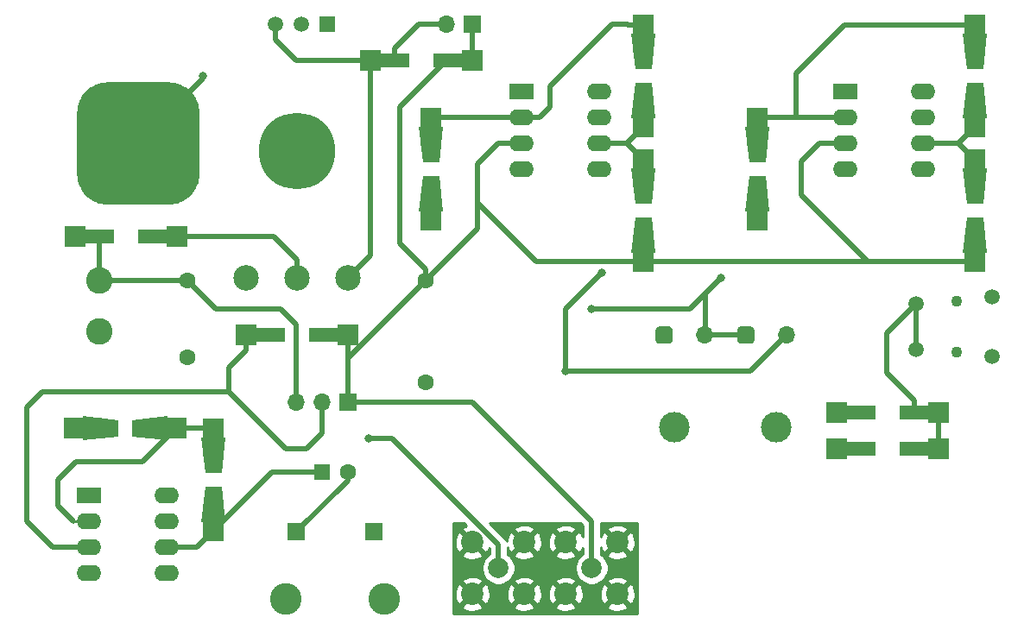
<source format=gtl>
G04 #@! TF.GenerationSoftware,KiCad,Pcbnew,5.1.4*
G04 #@! TF.CreationDate,2019-12-30T21:19:54-05:00*
G04 #@! TF.ProjectId,chua,63687561-2e6b-4696-9361-645f70636258,rev?*
G04 #@! TF.SameCoordinates,Original*
G04 #@! TF.FileFunction,Copper,L1,Top*
G04 #@! TF.FilePolarity,Positive*
%FSLAX46Y46*%
G04 Gerber Fmt 4.6, Leading zero omitted, Abs format (unit mm)*
G04 Created by KiCad (PCBNEW 5.1.4) date 2019-12-30 21:19:54*
%MOMM*%
%LPD*%
G04 APERTURE LIST*
%ADD10C,1.600000*%
%ADD11C,1.500000*%
%ADD12C,1.100000*%
%ADD13C,0.100000*%
%ADD14C,12.000000*%
%ADD15C,3.000000*%
%ADD16O,1.700000X1.700000*%
%ADD17C,1.700000*%
%ADD18R,1.700000X1.700000*%
%ADD19C,7.500000*%
%ADD20C,2.500000*%
%ADD21C,2.600000*%
%ADD22C,1.986130*%
%ADD23R,1.998980X1.998980*%
%ADD24O,2.400000X1.600000*%
%ADD25R,2.400000X1.600000*%
%ADD26R,1.600000X1.600000*%
%ADD27C,2.200000*%
%ADD28C,2.000000*%
%ADD29R,2.999740X1.399540*%
%ADD30R,1.520000X1.520000*%
%ADD31C,1.520000*%
%ADD32C,3.100000*%
%ADD33C,0.800000*%
%ADD34C,0.500000*%
%ADD35C,0.250000*%
%ADD36C,0.254000*%
G04 APERTURE END LIST*
D10*
X166624000Y-57658000D03*
X166624000Y-67658000D03*
D11*
X214672000Y-59926000D03*
X222172000Y-65076000D03*
X222172000Y-59276000D03*
X214672000Y-64426000D03*
D12*
X218672000Y-64676000D03*
X218672000Y-59676000D03*
D13*
G36*
X141724051Y-38210446D02*
G01*
X142015271Y-38253644D01*
X142300854Y-38325179D01*
X142578050Y-38424361D01*
X142844190Y-38550236D01*
X143096711Y-38701591D01*
X143333180Y-38876969D01*
X143551320Y-39074680D01*
X143749031Y-39292820D01*
X143924409Y-39529289D01*
X144075764Y-39781810D01*
X144201639Y-40047950D01*
X144300821Y-40325146D01*
X144372356Y-40610729D01*
X144415554Y-40901949D01*
X144430000Y-41196000D01*
X144430000Y-47196000D01*
X144415554Y-47490051D01*
X144372356Y-47781271D01*
X144300821Y-48066854D01*
X144201639Y-48344050D01*
X144075764Y-48610190D01*
X143924409Y-48862711D01*
X143749031Y-49099180D01*
X143551320Y-49317320D01*
X143333180Y-49515031D01*
X143096711Y-49690409D01*
X142844190Y-49841764D01*
X142578050Y-49967639D01*
X142300854Y-50066821D01*
X142015271Y-50138356D01*
X141724051Y-50181554D01*
X141430000Y-50196000D01*
X135430000Y-50196000D01*
X135135949Y-50181554D01*
X134844729Y-50138356D01*
X134559146Y-50066821D01*
X134281950Y-49967639D01*
X134015810Y-49841764D01*
X133763289Y-49690409D01*
X133526820Y-49515031D01*
X133308680Y-49317320D01*
X133110969Y-49099180D01*
X132935591Y-48862711D01*
X132784236Y-48610190D01*
X132658361Y-48344050D01*
X132559179Y-48066854D01*
X132487644Y-47781271D01*
X132444446Y-47490051D01*
X132430000Y-47196000D01*
X132430000Y-41196000D01*
X132444446Y-40901949D01*
X132487644Y-40610729D01*
X132559179Y-40325146D01*
X132658361Y-40047950D01*
X132784236Y-39781810D01*
X132935591Y-39529289D01*
X133110969Y-39292820D01*
X133308680Y-39074680D01*
X133526820Y-38876969D01*
X133763289Y-38701591D01*
X134015810Y-38550236D01*
X134281950Y-38424361D01*
X134559146Y-38325179D01*
X134844729Y-38253644D01*
X135135949Y-38210446D01*
X135430000Y-38196000D01*
X141430000Y-38196000D01*
X141724051Y-38210446D01*
X141724051Y-38210446D01*
G37*
D14*
X138430000Y-44196000D03*
D15*
X200992000Y-71992000D03*
X190992000Y-71992000D03*
D16*
X201992000Y-62992000D03*
D13*
G36*
X198458657Y-62144046D02*
G01*
X198499913Y-62150166D01*
X198540371Y-62160300D01*
X198579640Y-62174351D01*
X198617344Y-62192183D01*
X198653117Y-62213625D01*
X198686617Y-62238471D01*
X198717520Y-62266480D01*
X198745529Y-62297383D01*
X198770375Y-62330883D01*
X198791817Y-62366656D01*
X198809649Y-62404360D01*
X198823700Y-62443629D01*
X198833834Y-62484087D01*
X198839954Y-62525343D01*
X198842000Y-62567000D01*
X198842000Y-63417000D01*
X198839954Y-63458657D01*
X198833834Y-63499913D01*
X198823700Y-63540371D01*
X198809649Y-63579640D01*
X198791817Y-63617344D01*
X198770375Y-63653117D01*
X198745529Y-63686617D01*
X198717520Y-63717520D01*
X198686617Y-63745529D01*
X198653117Y-63770375D01*
X198617344Y-63791817D01*
X198579640Y-63809649D01*
X198540371Y-63823700D01*
X198499913Y-63833834D01*
X198458657Y-63839954D01*
X198417000Y-63842000D01*
X197567000Y-63842000D01*
X197525343Y-63839954D01*
X197484087Y-63833834D01*
X197443629Y-63823700D01*
X197404360Y-63809649D01*
X197366656Y-63791817D01*
X197330883Y-63770375D01*
X197297383Y-63745529D01*
X197266480Y-63717520D01*
X197238471Y-63686617D01*
X197213625Y-63653117D01*
X197192183Y-63617344D01*
X197174351Y-63579640D01*
X197160300Y-63540371D01*
X197150166Y-63499913D01*
X197144046Y-63458657D01*
X197142000Y-63417000D01*
X197142000Y-62567000D01*
X197144046Y-62525343D01*
X197150166Y-62484087D01*
X197160300Y-62443629D01*
X197174351Y-62404360D01*
X197192183Y-62366656D01*
X197213625Y-62330883D01*
X197238471Y-62297383D01*
X197266480Y-62266480D01*
X197297383Y-62238471D01*
X197330883Y-62213625D01*
X197366656Y-62192183D01*
X197404360Y-62174351D01*
X197443629Y-62160300D01*
X197484087Y-62150166D01*
X197525343Y-62144046D01*
X197567000Y-62142000D01*
X198417000Y-62142000D01*
X198458657Y-62144046D01*
X198458657Y-62144046D01*
G37*
D17*
X197992000Y-62992000D03*
D16*
X193992000Y-62992000D03*
D13*
G36*
X190458657Y-62144046D02*
G01*
X190499913Y-62150166D01*
X190540371Y-62160300D01*
X190579640Y-62174351D01*
X190617344Y-62192183D01*
X190653117Y-62213625D01*
X190686617Y-62238471D01*
X190717520Y-62266480D01*
X190745529Y-62297383D01*
X190770375Y-62330883D01*
X190791817Y-62366656D01*
X190809649Y-62404360D01*
X190823700Y-62443629D01*
X190833834Y-62484087D01*
X190839954Y-62525343D01*
X190842000Y-62567000D01*
X190842000Y-63417000D01*
X190839954Y-63458657D01*
X190833834Y-63499913D01*
X190823700Y-63540371D01*
X190809649Y-63579640D01*
X190791817Y-63617344D01*
X190770375Y-63653117D01*
X190745529Y-63686617D01*
X190717520Y-63717520D01*
X190686617Y-63745529D01*
X190653117Y-63770375D01*
X190617344Y-63791817D01*
X190579640Y-63809649D01*
X190540371Y-63823700D01*
X190499913Y-63833834D01*
X190458657Y-63839954D01*
X190417000Y-63842000D01*
X189567000Y-63842000D01*
X189525343Y-63839954D01*
X189484087Y-63833834D01*
X189443629Y-63823700D01*
X189404360Y-63809649D01*
X189366656Y-63791817D01*
X189330883Y-63770375D01*
X189297383Y-63745529D01*
X189266480Y-63717520D01*
X189238471Y-63686617D01*
X189213625Y-63653117D01*
X189192183Y-63617344D01*
X189174351Y-63579640D01*
X189160300Y-63540371D01*
X189150166Y-63499913D01*
X189144046Y-63458657D01*
X189142000Y-63417000D01*
X189142000Y-62567000D01*
X189144046Y-62525343D01*
X189150166Y-62484087D01*
X189160300Y-62443629D01*
X189174351Y-62404360D01*
X189192183Y-62366656D01*
X189213625Y-62330883D01*
X189238471Y-62297383D01*
X189266480Y-62266480D01*
X189297383Y-62238471D01*
X189330883Y-62213625D01*
X189366656Y-62192183D01*
X189404360Y-62174351D01*
X189443629Y-62160300D01*
X189484087Y-62150166D01*
X189525343Y-62144046D01*
X189567000Y-62142000D01*
X190417000Y-62142000D01*
X190458657Y-62144046D01*
X190458657Y-62144046D01*
G37*
D17*
X189992000Y-62992000D03*
D18*
X161544000Y-82296000D03*
X153924000Y-82296000D03*
D19*
X154004000Y-44904000D03*
D20*
X159004000Y-57404000D03*
X149004000Y-57404000D03*
X154004000Y-57404000D03*
D16*
X153924000Y-69596000D03*
X156464000Y-69596000D03*
D18*
X159004000Y-69596000D03*
D10*
X143256000Y-65158000D03*
X143256000Y-57658000D03*
D21*
X134620000Y-62658000D03*
X134620000Y-57658000D03*
D22*
X167132000Y-44323000D03*
D13*
G36*
X165933120Y-42572940D02*
G01*
X168330880Y-42572940D01*
X167932100Y-46073060D01*
X166331900Y-46073060D01*
X165933120Y-42572940D01*
X165933120Y-42572940D01*
G37*
D22*
X167132000Y-49149000D03*
D13*
G36*
X168330880Y-50899060D02*
G01*
X165933120Y-50899060D01*
X166331900Y-47398940D01*
X167932100Y-47398940D01*
X168330880Y-50899060D01*
X168330880Y-50899060D01*
G37*
D23*
X167132000Y-41734740D03*
X167132000Y-51737260D03*
X187960000Y-45798740D03*
X187960000Y-55801260D03*
D22*
X187960000Y-48387000D03*
D13*
G36*
X186761120Y-46636940D02*
G01*
X189158880Y-46636940D01*
X188760100Y-50137060D01*
X187159900Y-50137060D01*
X186761120Y-46636940D01*
X186761120Y-46636940D01*
G37*
D22*
X187960000Y-53213000D03*
D13*
G36*
X189158880Y-54963060D02*
G01*
X186761120Y-54963060D01*
X187159900Y-51462940D01*
X188760100Y-51462940D01*
X189158880Y-54963060D01*
X189158880Y-54963060D01*
G37*
D22*
X187960000Y-40005000D03*
D13*
G36*
X189158880Y-41755060D02*
G01*
X186761120Y-41755060D01*
X187159900Y-38254940D01*
X188760100Y-38254940D01*
X189158880Y-41755060D01*
X189158880Y-41755060D01*
G37*
D22*
X187960000Y-35179000D03*
D13*
G36*
X186761120Y-33428940D02*
G01*
X189158880Y-33428940D01*
X188760100Y-36929060D01*
X187159900Y-36929060D01*
X186761120Y-33428940D01*
X186761120Y-33428940D01*
G37*
D23*
X187960000Y-42593260D03*
X187960000Y-32590740D03*
X199136000Y-51737260D03*
X199136000Y-41734740D03*
D22*
X199136000Y-49149000D03*
D13*
G36*
X200334880Y-50899060D02*
G01*
X197937120Y-50899060D01*
X198335900Y-47398940D01*
X199936100Y-47398940D01*
X200334880Y-50899060D01*
X200334880Y-50899060D01*
G37*
D22*
X199136000Y-44323000D03*
D13*
G36*
X197937120Y-42572940D02*
G01*
X200334880Y-42572940D01*
X199936100Y-46073060D01*
X198335900Y-46073060D01*
X197937120Y-42572940D01*
X197937120Y-42572940D01*
G37*
D23*
X220472000Y-45798740D03*
X220472000Y-55801260D03*
D22*
X220472000Y-48387000D03*
D13*
G36*
X219273120Y-46636940D02*
G01*
X221670880Y-46636940D01*
X221272100Y-50137060D01*
X219671900Y-50137060D01*
X219273120Y-46636940D01*
X219273120Y-46636940D01*
G37*
D22*
X220472000Y-53213000D03*
D13*
G36*
X221670880Y-54963060D02*
G01*
X219273120Y-54963060D01*
X219671900Y-51462940D01*
X221272100Y-51462940D01*
X221670880Y-54963060D01*
X221670880Y-54963060D01*
G37*
D22*
X220472000Y-40005000D03*
D13*
G36*
X221670880Y-41755060D02*
G01*
X219273120Y-41755060D01*
X219671900Y-38254940D01*
X221272100Y-38254940D01*
X221670880Y-41755060D01*
X221670880Y-41755060D01*
G37*
D22*
X220472000Y-35179000D03*
D13*
G36*
X219273120Y-33428940D02*
G01*
X221670880Y-33428940D01*
X221272100Y-36929060D01*
X219671900Y-36929060D01*
X219273120Y-33428940D01*
X219273120Y-33428940D01*
G37*
D23*
X220472000Y-42593260D03*
X220472000Y-32590740D03*
X132158740Y-72136000D03*
X142161260Y-72136000D03*
D22*
X134747000Y-72136000D03*
D13*
G36*
X132996940Y-73334880D02*
G01*
X132996940Y-70937120D01*
X136497060Y-71335900D01*
X136497060Y-72936100D01*
X132996940Y-73334880D01*
X132996940Y-73334880D01*
G37*
D22*
X139573000Y-72136000D03*
D13*
G36*
X141323060Y-70937120D02*
G01*
X141323060Y-73334880D01*
X137822940Y-72936100D01*
X137822940Y-71335900D01*
X141323060Y-70937120D01*
X141323060Y-70937120D01*
G37*
D22*
X145796000Y-79629000D03*
D13*
G36*
X146994880Y-81379060D02*
G01*
X144597120Y-81379060D01*
X144995900Y-77878940D01*
X146596100Y-77878940D01*
X146994880Y-81379060D01*
X146994880Y-81379060D01*
G37*
D22*
X145796000Y-74803000D03*
D13*
G36*
X144597120Y-73052940D02*
G01*
X146994880Y-73052940D01*
X146596100Y-76553060D01*
X144995900Y-76553060D01*
X144597120Y-73052940D01*
X144597120Y-73052940D01*
G37*
D23*
X145796000Y-82217260D03*
X145796000Y-72214740D03*
D24*
X183642000Y-39116000D03*
X176022000Y-46736000D03*
X183642000Y-41656000D03*
X176022000Y-44196000D03*
X183642000Y-44196000D03*
X176022000Y-41656000D03*
X183642000Y-46736000D03*
D25*
X176022000Y-39116000D03*
D24*
X215392000Y-39116000D03*
X207772000Y-46736000D03*
X215392000Y-41656000D03*
X207772000Y-44196000D03*
X215392000Y-44196000D03*
X207772000Y-41656000D03*
X215392000Y-46736000D03*
D25*
X207772000Y-39116000D03*
X133604000Y-78740000D03*
D24*
X141224000Y-86360000D03*
X133604000Y-81280000D03*
X141224000Y-83820000D03*
X133604000Y-83820000D03*
X141224000Y-81280000D03*
X133604000Y-86360000D03*
X141224000Y-78740000D03*
D10*
X158964000Y-76454000D03*
D26*
X156464000Y-76454000D03*
D27*
X171196000Y-88392000D03*
X171196000Y-83312000D03*
X176276000Y-83312000D03*
X176276000Y-88392000D03*
D28*
X173736000Y-85852000D03*
D16*
X168656000Y-32512000D03*
D18*
X171196000Y-32512000D03*
D28*
X182880000Y-85852000D03*
D27*
X185420000Y-88392000D03*
X185420000Y-83312000D03*
X180340000Y-83312000D03*
X180340000Y-88392000D03*
D23*
X132237480Y-53340000D03*
X142240000Y-53340000D03*
D29*
X134637780Y-53340000D03*
X139839700Y-53340000D03*
D23*
X216916000Y-70612000D03*
X206913480Y-70612000D03*
D29*
X214515700Y-70612000D03*
X209313780Y-70612000D03*
X214515700Y-74168000D03*
X209313780Y-74168000D03*
D23*
X216916000Y-74168000D03*
X206913480Y-74168000D03*
X149001480Y-62992000D03*
X159004000Y-62992000D03*
D29*
X151401780Y-62992000D03*
X156603700Y-62992000D03*
X168795700Y-36068000D03*
X163593780Y-36068000D03*
D23*
X171196000Y-36068000D03*
X161193480Y-36068000D03*
D30*
X156972000Y-32512000D03*
D31*
X151892000Y-32512000D03*
X154432000Y-32512000D03*
D32*
X162560000Y-88900000D03*
X152908000Y-88900000D03*
D33*
X182880000Y-60452000D03*
X195580000Y-57404000D03*
X183896000Y-56896000D03*
X180340000Y-66548000D03*
X161036000Y-73152000D03*
X144780000Y-37592000D03*
D34*
X182880000Y-60452000D02*
X191516000Y-60452000D01*
D35*
X191516000Y-60452000D02*
X191516000Y-60516000D01*
D34*
X193992000Y-58992000D02*
X195580000Y-57404000D01*
D35*
X132158740Y-72136000D02*
X134747000Y-72136000D01*
X167132000Y-51737260D02*
X167132000Y-49149000D01*
X199136000Y-49149000D02*
X199136000Y-51737260D01*
D34*
X153924000Y-70104000D02*
X154004000Y-70024000D01*
X153924000Y-70104000D02*
X153844000Y-70024000D01*
X143256000Y-57658000D02*
X134620000Y-57658000D01*
D35*
X154004000Y-57658000D02*
X154004000Y-56976000D01*
X153924000Y-57738000D02*
X154004000Y-57658000D01*
D34*
X166624000Y-57658000D02*
X166370000Y-57404000D01*
D35*
X220472000Y-55801260D02*
X220472000Y-53213000D01*
X187960000Y-55801260D02*
X187960000Y-53213000D01*
D34*
X171704000Y-50038000D02*
X171704000Y-52578000D01*
X171704000Y-52578000D02*
X166624000Y-57658000D01*
X220472000Y-55801260D02*
X187960000Y-55801260D01*
X187960000Y-55801260D02*
X177467260Y-55801260D01*
X177467260Y-55801260D02*
X171704000Y-50038000D01*
X171704000Y-50038000D02*
X171704000Y-46228000D01*
X171704000Y-46228000D02*
X173736000Y-44196000D01*
X173736000Y-44196000D02*
X176022000Y-44196000D01*
D35*
X220472000Y-55801260D02*
X209979260Y-55801260D01*
D34*
X205232000Y-44196000D02*
X207772000Y-44196000D01*
X203454000Y-45974000D02*
X205232000Y-44196000D01*
X203454000Y-49276000D02*
X203454000Y-45974000D01*
X209979260Y-55801260D02*
X203454000Y-49276000D01*
X159004000Y-65278000D02*
X166624000Y-57658000D01*
X159004000Y-69596000D02*
X159004000Y-65278000D01*
X166624000Y-56526630D02*
X164084000Y-53986630D01*
X166624000Y-57658000D02*
X166624000Y-56526630D01*
X164084000Y-53986630D02*
X164084000Y-40640000D01*
X168656000Y-36068000D02*
X171196000Y-36068000D01*
X164084000Y-40640000D02*
X168656000Y-36068000D01*
X171196000Y-32512000D02*
X171196000Y-36068000D01*
X156464000Y-70104000D02*
X156464000Y-72644000D01*
X130048000Y-83820000D02*
X133604000Y-83820000D01*
X127508000Y-81280000D02*
X130048000Y-83820000D01*
X127508000Y-70104000D02*
X127508000Y-81280000D01*
X129032000Y-68580000D02*
X127508000Y-70104000D01*
X147320000Y-68580000D02*
X129032000Y-68580000D01*
X152908000Y-74168000D02*
X147320000Y-68580000D01*
X154940000Y-74168000D02*
X152908000Y-74168000D01*
X156464000Y-72644000D02*
X154940000Y-74168000D01*
X201992000Y-62992000D02*
X198436000Y-66548000D01*
X198436000Y-66548000D02*
X180340000Y-66548000D01*
X180340000Y-66548000D02*
X180340000Y-60452000D01*
X180340000Y-60452000D02*
X183896000Y-56896000D01*
D35*
X187960000Y-32590740D02*
X187960000Y-35179000D01*
X167132000Y-41734740D02*
X167132000Y-44323000D01*
D34*
X176022000Y-41656000D02*
X170942000Y-41656000D01*
X170942000Y-41656000D02*
X167210740Y-41656000D01*
D35*
X167210740Y-41656000D02*
X167132000Y-41734740D01*
D34*
X186381770Y-32512000D02*
X186460510Y-32590740D01*
X176022000Y-41656000D02*
X177800000Y-41656000D01*
X186460510Y-32590740D02*
X187960000Y-32590740D01*
X177800000Y-41656000D02*
X178816000Y-40640000D01*
X184912000Y-32512000D02*
X186381770Y-32512000D01*
X178816000Y-40640000D02*
X178816000Y-38608000D01*
X178816000Y-38608000D02*
X184912000Y-32512000D01*
D35*
X187960000Y-42593260D02*
X187960000Y-40005000D01*
X187960000Y-45798740D02*
X187960000Y-48387000D01*
D34*
X187960000Y-45798740D02*
X186357260Y-44196000D01*
X186357260Y-44196000D02*
X183642000Y-44196000D01*
X187960000Y-42593260D02*
X186357260Y-44196000D01*
D35*
X186357260Y-44196000D02*
X183642000Y-44196000D01*
X220472000Y-32590740D02*
X220472000Y-35179000D01*
X199136000Y-41734740D02*
X199136000Y-44323000D01*
D34*
X220472000Y-32590740D02*
X207693260Y-32590740D01*
X202946000Y-37338000D02*
X202946000Y-41656000D01*
X207693260Y-32590740D02*
X202946000Y-37338000D01*
X207772000Y-41656000D02*
X202946000Y-41656000D01*
X202946000Y-41656000D02*
X199214740Y-41656000D01*
D35*
X199214740Y-41656000D02*
X199136000Y-41734740D01*
X220472000Y-42593260D02*
X220472000Y-40005000D01*
X220472000Y-45798740D02*
X220472000Y-48387000D01*
D34*
X220472000Y-45798740D02*
X218869260Y-44196000D01*
X218869260Y-44196000D02*
X215392000Y-44196000D01*
X220472000Y-42593260D02*
X218869260Y-44196000D01*
D35*
X218869260Y-44196000D02*
X215392000Y-44196000D01*
X145796000Y-72214740D02*
X145796000Y-74803000D01*
X142161260Y-72136000D02*
X139573000Y-72136000D01*
X133604000Y-81280000D02*
X132080000Y-81280000D01*
D34*
X138859260Y-75438000D02*
X142161260Y-72136000D01*
X132334000Y-75438000D02*
X138859260Y-75438000D01*
X130556000Y-77216000D02*
X132334000Y-75438000D01*
X130556000Y-79756000D02*
X130556000Y-77216000D01*
X132080000Y-81280000D02*
X130556000Y-79756000D01*
D35*
X145796000Y-72214740D02*
X145717260Y-72136000D01*
D34*
X145717260Y-72136000D02*
X142161260Y-72136000D01*
X158964000Y-76454000D02*
X158964000Y-77256000D01*
X158964000Y-77256000D02*
X153924000Y-82296000D01*
X145796000Y-82217260D02*
X145796000Y-79629000D01*
X156464000Y-76454000D02*
X151559260Y-76454000D01*
X151559260Y-76454000D02*
X145796000Y-82217260D01*
D35*
X145874740Y-82296000D02*
X145796000Y-82217260D01*
D34*
X145796000Y-82217260D02*
X144193260Y-83820000D01*
X144193260Y-83820000D02*
X141224000Y-83820000D01*
X161193480Y-55214520D02*
X161193480Y-36068000D01*
X159004000Y-57404000D02*
X161193480Y-55214520D01*
X163593780Y-34868230D02*
X163593780Y-36068000D01*
X165950010Y-32512000D02*
X163593780Y-34868230D01*
X168656000Y-32512000D02*
X165950010Y-32512000D01*
X163593780Y-36068000D02*
X161193480Y-36068000D01*
X151892000Y-34036000D02*
X151892000Y-32512000D01*
X153924000Y-36068000D02*
X151892000Y-34036000D01*
X161193480Y-36068000D02*
X153924000Y-36068000D01*
X197992000Y-62992000D02*
X193992000Y-62992000D01*
X194056000Y-58928000D02*
X194056000Y-62928000D01*
X192532000Y-60452000D02*
X193992000Y-58992000D01*
X191516000Y-60452000D02*
X192532000Y-60452000D01*
X209313780Y-74168000D02*
X206913480Y-74168000D01*
X163330002Y-73152000D02*
X161036000Y-73152000D01*
X173736000Y-83557998D02*
X163330002Y-73152000D01*
X173736000Y-85852000D02*
X173736000Y-83557998D01*
X134637780Y-53340000D02*
X132237480Y-53340000D01*
X134637780Y-57640220D02*
X134620000Y-57658000D01*
X134637780Y-53340000D02*
X134637780Y-57640220D01*
X153924000Y-69596000D02*
X153924000Y-61976000D01*
X153924000Y-61976000D02*
X152400000Y-60452000D01*
X146050000Y-60452000D02*
X143256000Y-57658000D01*
X152400000Y-60452000D02*
X146050000Y-60452000D01*
X159004000Y-64491490D02*
X159004000Y-65278000D01*
X159004000Y-62992000D02*
X159004000Y-64491490D01*
X156603700Y-62992000D02*
X159004000Y-62992000D01*
X182880000Y-85852000D02*
X182880000Y-81280000D01*
X171196000Y-69596000D02*
X159004000Y-69596000D01*
X182880000Y-81280000D02*
X171196000Y-69596000D01*
X151401780Y-62992000D02*
X149001480Y-62992000D01*
X147320000Y-66172970D02*
X147320000Y-68580000D01*
X149001480Y-64491490D02*
X147320000Y-66172970D01*
X149001480Y-62992000D02*
X149001480Y-64491490D01*
X206913480Y-70612000D02*
X209313780Y-70612000D01*
X151707766Y-53340000D02*
X143739490Y-53340000D01*
X154004000Y-55636234D02*
X151707766Y-53340000D01*
X143739490Y-53340000D02*
X142240000Y-53340000D01*
X154004000Y-57404000D02*
X154004000Y-55636234D01*
X139839700Y-53340000D02*
X142240000Y-53340000D01*
X214515700Y-74168000D02*
X216916000Y-74168000D01*
X216916000Y-70612000D02*
X216916000Y-74168000D01*
X216916000Y-70612000D02*
X214515700Y-70612000D01*
X214515700Y-69412230D02*
X211836000Y-66732530D01*
X214515700Y-70612000D02*
X214515700Y-69412230D01*
X211836000Y-62762000D02*
X214672000Y-59926000D01*
X211836000Y-66732530D02*
X211836000Y-62762000D01*
X214672000Y-59926000D02*
X214672000Y-64426000D01*
X144780000Y-37846000D02*
X144780000Y-37592000D01*
X138430000Y-44196000D02*
X144780000Y-37846000D01*
D36*
G36*
X170606370Y-81679947D02*
G01*
X170475034Y-81724664D01*
X170276726Y-81830662D01*
X170168893Y-82105288D01*
X171196000Y-83132395D01*
X171210143Y-83118253D01*
X171389748Y-83297858D01*
X171375605Y-83312000D01*
X172402712Y-84339107D01*
X172677338Y-84231274D01*
X172828216Y-83924616D01*
X172833025Y-83906602D01*
X172851001Y-83924578D01*
X172851001Y-84476940D01*
X172693748Y-84582013D01*
X172466013Y-84809748D01*
X172287082Y-85077537D01*
X172163832Y-85375088D01*
X172101000Y-85690967D01*
X172101000Y-86013033D01*
X172163832Y-86328912D01*
X172287082Y-86626463D01*
X172466013Y-86894252D01*
X172693748Y-87121987D01*
X172961537Y-87300918D01*
X173259088Y-87424168D01*
X173574967Y-87487000D01*
X173897033Y-87487000D01*
X174212912Y-87424168D01*
X174510463Y-87300918D01*
X174683515Y-87185288D01*
X175248893Y-87185288D01*
X176276000Y-88212395D01*
X177303107Y-87185288D01*
X179312893Y-87185288D01*
X180340000Y-88212395D01*
X181367107Y-87185288D01*
X181259274Y-86910662D01*
X180952616Y-86759784D01*
X180622415Y-86671631D01*
X180281361Y-86649591D01*
X179942561Y-86694511D01*
X179619034Y-86804664D01*
X179420726Y-86910662D01*
X179312893Y-87185288D01*
X177303107Y-87185288D01*
X177195274Y-86910662D01*
X176888616Y-86759784D01*
X176558415Y-86671631D01*
X176217361Y-86649591D01*
X175878561Y-86694511D01*
X175555034Y-86804664D01*
X175356726Y-86910662D01*
X175248893Y-87185288D01*
X174683515Y-87185288D01*
X174778252Y-87121987D01*
X175005987Y-86894252D01*
X175184918Y-86626463D01*
X175308168Y-86328912D01*
X175371000Y-86013033D01*
X175371000Y-85690967D01*
X175308168Y-85375088D01*
X175184918Y-85077537D01*
X175005987Y-84809748D01*
X174778252Y-84582013D01*
X174683515Y-84518712D01*
X175248893Y-84518712D01*
X175356726Y-84793338D01*
X175663384Y-84944216D01*
X175993585Y-85032369D01*
X176334639Y-85054409D01*
X176673439Y-85009489D01*
X176996966Y-84899336D01*
X177195274Y-84793338D01*
X177303107Y-84518712D01*
X179312893Y-84518712D01*
X179420726Y-84793338D01*
X179727384Y-84944216D01*
X180057585Y-85032369D01*
X180398639Y-85054409D01*
X180737439Y-85009489D01*
X181060966Y-84899336D01*
X181259274Y-84793338D01*
X181367107Y-84518712D01*
X180340000Y-83491605D01*
X179312893Y-84518712D01*
X177303107Y-84518712D01*
X176276000Y-83491605D01*
X175248893Y-84518712D01*
X174683515Y-84518712D01*
X174621000Y-84476941D01*
X174621000Y-83834232D01*
X174688664Y-84032966D01*
X174794662Y-84231274D01*
X175069288Y-84339107D01*
X176096395Y-83312000D01*
X176455605Y-83312000D01*
X177482712Y-84339107D01*
X177757338Y-84231274D01*
X177908216Y-83924616D01*
X177996369Y-83594415D01*
X178010830Y-83370639D01*
X178597591Y-83370639D01*
X178642511Y-83709439D01*
X178752664Y-84032966D01*
X178858662Y-84231274D01*
X179133288Y-84339107D01*
X180160395Y-83312000D01*
X179133288Y-82284893D01*
X178858662Y-82392726D01*
X178707784Y-82699384D01*
X178619631Y-83029585D01*
X178597591Y-83370639D01*
X178010830Y-83370639D01*
X178018409Y-83253361D01*
X177973489Y-82914561D01*
X177863336Y-82591034D01*
X177757338Y-82392726D01*
X177482712Y-82284893D01*
X176455605Y-83312000D01*
X176096395Y-83312000D01*
X175069288Y-82284893D01*
X174794662Y-82392726D01*
X174643784Y-82699384D01*
X174555631Y-83029585D01*
X174544998Y-83194127D01*
X174475411Y-83063939D01*
X174392532Y-82962951D01*
X174392530Y-82962949D01*
X174364817Y-82929181D01*
X174331049Y-82901468D01*
X173534869Y-82105288D01*
X175248893Y-82105288D01*
X176276000Y-83132395D01*
X177303107Y-82105288D01*
X179312893Y-82105288D01*
X180340000Y-83132395D01*
X181367107Y-82105288D01*
X181259274Y-81830662D01*
X180952616Y-81679784D01*
X180622415Y-81591631D01*
X180281361Y-81569591D01*
X179942561Y-81614511D01*
X179619034Y-81724664D01*
X179420726Y-81830662D01*
X179312893Y-82105288D01*
X177303107Y-82105288D01*
X177195274Y-81830662D01*
X176888616Y-81679784D01*
X176558415Y-81591631D01*
X176217361Y-81569591D01*
X175878561Y-81614511D01*
X175555034Y-81724664D01*
X175356726Y-81830662D01*
X175248893Y-82105288D01*
X173534869Y-82105288D01*
X172836581Y-81407000D01*
X181755421Y-81407000D01*
X181995001Y-81646580D01*
X181995001Y-82789770D01*
X181927336Y-82591034D01*
X181821338Y-82392726D01*
X181546712Y-82284893D01*
X180519605Y-83312000D01*
X181546712Y-84339107D01*
X181821338Y-84231274D01*
X181972216Y-83924616D01*
X181995000Y-83839271D01*
X181995000Y-84476940D01*
X181837748Y-84582013D01*
X181610013Y-84809748D01*
X181431082Y-85077537D01*
X181307832Y-85375088D01*
X181245000Y-85690967D01*
X181245000Y-86013033D01*
X181307832Y-86328912D01*
X181431082Y-86626463D01*
X181610013Y-86894252D01*
X181837748Y-87121987D01*
X182105537Y-87300918D01*
X182403088Y-87424168D01*
X182718967Y-87487000D01*
X183041033Y-87487000D01*
X183356912Y-87424168D01*
X183654463Y-87300918D01*
X183827515Y-87185288D01*
X184392893Y-87185288D01*
X185420000Y-88212395D01*
X186447107Y-87185288D01*
X186339274Y-86910662D01*
X186032616Y-86759784D01*
X185702415Y-86671631D01*
X185361361Y-86649591D01*
X185022561Y-86694511D01*
X184699034Y-86804664D01*
X184500726Y-86910662D01*
X184392893Y-87185288D01*
X183827515Y-87185288D01*
X183922252Y-87121987D01*
X184149987Y-86894252D01*
X184328918Y-86626463D01*
X184452168Y-86328912D01*
X184515000Y-86013033D01*
X184515000Y-85690967D01*
X184452168Y-85375088D01*
X184328918Y-85077537D01*
X184149987Y-84809748D01*
X183922252Y-84582013D01*
X183827515Y-84518712D01*
X184392893Y-84518712D01*
X184500726Y-84793338D01*
X184807384Y-84944216D01*
X185137585Y-85032369D01*
X185478639Y-85054409D01*
X185817439Y-85009489D01*
X186140966Y-84899336D01*
X186339274Y-84793338D01*
X186447107Y-84518712D01*
X185420000Y-83491605D01*
X184392893Y-84518712D01*
X183827515Y-84518712D01*
X183765000Y-84476941D01*
X183765000Y-83834232D01*
X183832664Y-84032966D01*
X183938662Y-84231274D01*
X184213288Y-84339107D01*
X185240395Y-83312000D01*
X185599605Y-83312000D01*
X186626712Y-84339107D01*
X186901338Y-84231274D01*
X187052216Y-83924616D01*
X187140369Y-83594415D01*
X187162409Y-83253361D01*
X187117489Y-82914561D01*
X187007336Y-82591034D01*
X186901338Y-82392726D01*
X186626712Y-82284893D01*
X185599605Y-83312000D01*
X185240395Y-83312000D01*
X184213288Y-82284893D01*
X183938662Y-82392726D01*
X183787784Y-82699384D01*
X183765000Y-82784728D01*
X183765000Y-82105288D01*
X184392893Y-82105288D01*
X185420000Y-83132395D01*
X186447107Y-82105288D01*
X186339274Y-81830662D01*
X186032616Y-81679784D01*
X185702415Y-81591631D01*
X185361361Y-81569591D01*
X185022561Y-81614511D01*
X184699034Y-81724664D01*
X184500726Y-81830662D01*
X184392893Y-82105288D01*
X183765000Y-82105288D01*
X183765000Y-81407000D01*
X187325000Y-81407000D01*
X187325000Y-90297000D01*
X169291000Y-90297000D01*
X169291000Y-89598712D01*
X170168893Y-89598712D01*
X170276726Y-89873338D01*
X170583384Y-90024216D01*
X170913585Y-90112369D01*
X171254639Y-90134409D01*
X171593439Y-90089489D01*
X171916966Y-89979336D01*
X172115274Y-89873338D01*
X172223107Y-89598712D01*
X175248893Y-89598712D01*
X175356726Y-89873338D01*
X175663384Y-90024216D01*
X175993585Y-90112369D01*
X176334639Y-90134409D01*
X176673439Y-90089489D01*
X176996966Y-89979336D01*
X177195274Y-89873338D01*
X177303107Y-89598712D01*
X179312893Y-89598712D01*
X179420726Y-89873338D01*
X179727384Y-90024216D01*
X180057585Y-90112369D01*
X180398639Y-90134409D01*
X180737439Y-90089489D01*
X181060966Y-89979336D01*
X181259274Y-89873338D01*
X181367107Y-89598712D01*
X184392893Y-89598712D01*
X184500726Y-89873338D01*
X184807384Y-90024216D01*
X185137585Y-90112369D01*
X185478639Y-90134409D01*
X185817439Y-90089489D01*
X186140966Y-89979336D01*
X186339274Y-89873338D01*
X186447107Y-89598712D01*
X185420000Y-88571605D01*
X184392893Y-89598712D01*
X181367107Y-89598712D01*
X180340000Y-88571605D01*
X179312893Y-89598712D01*
X177303107Y-89598712D01*
X176276000Y-88571605D01*
X175248893Y-89598712D01*
X172223107Y-89598712D01*
X171196000Y-88571605D01*
X170168893Y-89598712D01*
X169291000Y-89598712D01*
X169291000Y-88450639D01*
X169453591Y-88450639D01*
X169498511Y-88789439D01*
X169608664Y-89112966D01*
X169714662Y-89311274D01*
X169989288Y-89419107D01*
X171016395Y-88392000D01*
X171375605Y-88392000D01*
X172402712Y-89419107D01*
X172677338Y-89311274D01*
X172828216Y-89004616D01*
X172916369Y-88674415D01*
X172930830Y-88450639D01*
X174533591Y-88450639D01*
X174578511Y-88789439D01*
X174688664Y-89112966D01*
X174794662Y-89311274D01*
X175069288Y-89419107D01*
X176096395Y-88392000D01*
X176455605Y-88392000D01*
X177482712Y-89419107D01*
X177757338Y-89311274D01*
X177908216Y-89004616D01*
X177996369Y-88674415D01*
X178010830Y-88450639D01*
X178597591Y-88450639D01*
X178642511Y-88789439D01*
X178752664Y-89112966D01*
X178858662Y-89311274D01*
X179133288Y-89419107D01*
X180160395Y-88392000D01*
X180519605Y-88392000D01*
X181546712Y-89419107D01*
X181821338Y-89311274D01*
X181972216Y-89004616D01*
X182060369Y-88674415D01*
X182074830Y-88450639D01*
X183677591Y-88450639D01*
X183722511Y-88789439D01*
X183832664Y-89112966D01*
X183938662Y-89311274D01*
X184213288Y-89419107D01*
X185240395Y-88392000D01*
X185599605Y-88392000D01*
X186626712Y-89419107D01*
X186901338Y-89311274D01*
X187052216Y-89004616D01*
X187140369Y-88674415D01*
X187162409Y-88333361D01*
X187117489Y-87994561D01*
X187007336Y-87671034D01*
X186901338Y-87472726D01*
X186626712Y-87364893D01*
X185599605Y-88392000D01*
X185240395Y-88392000D01*
X184213288Y-87364893D01*
X183938662Y-87472726D01*
X183787784Y-87779384D01*
X183699631Y-88109585D01*
X183677591Y-88450639D01*
X182074830Y-88450639D01*
X182082409Y-88333361D01*
X182037489Y-87994561D01*
X181927336Y-87671034D01*
X181821338Y-87472726D01*
X181546712Y-87364893D01*
X180519605Y-88392000D01*
X180160395Y-88392000D01*
X179133288Y-87364893D01*
X178858662Y-87472726D01*
X178707784Y-87779384D01*
X178619631Y-88109585D01*
X178597591Y-88450639D01*
X178010830Y-88450639D01*
X178018409Y-88333361D01*
X177973489Y-87994561D01*
X177863336Y-87671034D01*
X177757338Y-87472726D01*
X177482712Y-87364893D01*
X176455605Y-88392000D01*
X176096395Y-88392000D01*
X175069288Y-87364893D01*
X174794662Y-87472726D01*
X174643784Y-87779384D01*
X174555631Y-88109585D01*
X174533591Y-88450639D01*
X172930830Y-88450639D01*
X172938409Y-88333361D01*
X172893489Y-87994561D01*
X172783336Y-87671034D01*
X172677338Y-87472726D01*
X172402712Y-87364893D01*
X171375605Y-88392000D01*
X171016395Y-88392000D01*
X169989288Y-87364893D01*
X169714662Y-87472726D01*
X169563784Y-87779384D01*
X169475631Y-88109585D01*
X169453591Y-88450639D01*
X169291000Y-88450639D01*
X169291000Y-87185288D01*
X170168893Y-87185288D01*
X171196000Y-88212395D01*
X172223107Y-87185288D01*
X172115274Y-86910662D01*
X171808616Y-86759784D01*
X171478415Y-86671631D01*
X171137361Y-86649591D01*
X170798561Y-86694511D01*
X170475034Y-86804664D01*
X170276726Y-86910662D01*
X170168893Y-87185288D01*
X169291000Y-87185288D01*
X169291000Y-84518712D01*
X170168893Y-84518712D01*
X170276726Y-84793338D01*
X170583384Y-84944216D01*
X170913585Y-85032369D01*
X171254639Y-85054409D01*
X171593439Y-85009489D01*
X171916966Y-84899336D01*
X172115274Y-84793338D01*
X172223107Y-84518712D01*
X171196000Y-83491605D01*
X170168893Y-84518712D01*
X169291000Y-84518712D01*
X169291000Y-83370639D01*
X169453591Y-83370639D01*
X169498511Y-83709439D01*
X169608664Y-84032966D01*
X169714662Y-84231274D01*
X169989288Y-84339107D01*
X171016395Y-83312000D01*
X169989288Y-82284893D01*
X169714662Y-82392726D01*
X169563784Y-82699384D01*
X169475631Y-83029585D01*
X169453591Y-83370639D01*
X169291000Y-83370639D01*
X169291000Y-81407000D01*
X170333423Y-81407000D01*
X170606370Y-81679947D01*
X170606370Y-81679947D01*
G37*
X170606370Y-81679947D02*
X170475034Y-81724664D01*
X170276726Y-81830662D01*
X170168893Y-82105288D01*
X171196000Y-83132395D01*
X171210143Y-83118253D01*
X171389748Y-83297858D01*
X171375605Y-83312000D01*
X172402712Y-84339107D01*
X172677338Y-84231274D01*
X172828216Y-83924616D01*
X172833025Y-83906602D01*
X172851001Y-83924578D01*
X172851001Y-84476940D01*
X172693748Y-84582013D01*
X172466013Y-84809748D01*
X172287082Y-85077537D01*
X172163832Y-85375088D01*
X172101000Y-85690967D01*
X172101000Y-86013033D01*
X172163832Y-86328912D01*
X172287082Y-86626463D01*
X172466013Y-86894252D01*
X172693748Y-87121987D01*
X172961537Y-87300918D01*
X173259088Y-87424168D01*
X173574967Y-87487000D01*
X173897033Y-87487000D01*
X174212912Y-87424168D01*
X174510463Y-87300918D01*
X174683515Y-87185288D01*
X175248893Y-87185288D01*
X176276000Y-88212395D01*
X177303107Y-87185288D01*
X179312893Y-87185288D01*
X180340000Y-88212395D01*
X181367107Y-87185288D01*
X181259274Y-86910662D01*
X180952616Y-86759784D01*
X180622415Y-86671631D01*
X180281361Y-86649591D01*
X179942561Y-86694511D01*
X179619034Y-86804664D01*
X179420726Y-86910662D01*
X179312893Y-87185288D01*
X177303107Y-87185288D01*
X177195274Y-86910662D01*
X176888616Y-86759784D01*
X176558415Y-86671631D01*
X176217361Y-86649591D01*
X175878561Y-86694511D01*
X175555034Y-86804664D01*
X175356726Y-86910662D01*
X175248893Y-87185288D01*
X174683515Y-87185288D01*
X174778252Y-87121987D01*
X175005987Y-86894252D01*
X175184918Y-86626463D01*
X175308168Y-86328912D01*
X175371000Y-86013033D01*
X175371000Y-85690967D01*
X175308168Y-85375088D01*
X175184918Y-85077537D01*
X175005987Y-84809748D01*
X174778252Y-84582013D01*
X174683515Y-84518712D01*
X175248893Y-84518712D01*
X175356726Y-84793338D01*
X175663384Y-84944216D01*
X175993585Y-85032369D01*
X176334639Y-85054409D01*
X176673439Y-85009489D01*
X176996966Y-84899336D01*
X177195274Y-84793338D01*
X177303107Y-84518712D01*
X179312893Y-84518712D01*
X179420726Y-84793338D01*
X179727384Y-84944216D01*
X180057585Y-85032369D01*
X180398639Y-85054409D01*
X180737439Y-85009489D01*
X181060966Y-84899336D01*
X181259274Y-84793338D01*
X181367107Y-84518712D01*
X180340000Y-83491605D01*
X179312893Y-84518712D01*
X177303107Y-84518712D01*
X176276000Y-83491605D01*
X175248893Y-84518712D01*
X174683515Y-84518712D01*
X174621000Y-84476941D01*
X174621000Y-83834232D01*
X174688664Y-84032966D01*
X174794662Y-84231274D01*
X175069288Y-84339107D01*
X176096395Y-83312000D01*
X176455605Y-83312000D01*
X177482712Y-84339107D01*
X177757338Y-84231274D01*
X177908216Y-83924616D01*
X177996369Y-83594415D01*
X178010830Y-83370639D01*
X178597591Y-83370639D01*
X178642511Y-83709439D01*
X178752664Y-84032966D01*
X178858662Y-84231274D01*
X179133288Y-84339107D01*
X180160395Y-83312000D01*
X179133288Y-82284893D01*
X178858662Y-82392726D01*
X178707784Y-82699384D01*
X178619631Y-83029585D01*
X178597591Y-83370639D01*
X178010830Y-83370639D01*
X178018409Y-83253361D01*
X177973489Y-82914561D01*
X177863336Y-82591034D01*
X177757338Y-82392726D01*
X177482712Y-82284893D01*
X176455605Y-83312000D01*
X176096395Y-83312000D01*
X175069288Y-82284893D01*
X174794662Y-82392726D01*
X174643784Y-82699384D01*
X174555631Y-83029585D01*
X174544998Y-83194127D01*
X174475411Y-83063939D01*
X174392532Y-82962951D01*
X174392530Y-82962949D01*
X174364817Y-82929181D01*
X174331049Y-82901468D01*
X173534869Y-82105288D01*
X175248893Y-82105288D01*
X176276000Y-83132395D01*
X177303107Y-82105288D01*
X179312893Y-82105288D01*
X180340000Y-83132395D01*
X181367107Y-82105288D01*
X181259274Y-81830662D01*
X180952616Y-81679784D01*
X180622415Y-81591631D01*
X180281361Y-81569591D01*
X179942561Y-81614511D01*
X179619034Y-81724664D01*
X179420726Y-81830662D01*
X179312893Y-82105288D01*
X177303107Y-82105288D01*
X177195274Y-81830662D01*
X176888616Y-81679784D01*
X176558415Y-81591631D01*
X176217361Y-81569591D01*
X175878561Y-81614511D01*
X175555034Y-81724664D01*
X175356726Y-81830662D01*
X175248893Y-82105288D01*
X173534869Y-82105288D01*
X172836581Y-81407000D01*
X181755421Y-81407000D01*
X181995001Y-81646580D01*
X181995001Y-82789770D01*
X181927336Y-82591034D01*
X181821338Y-82392726D01*
X181546712Y-82284893D01*
X180519605Y-83312000D01*
X181546712Y-84339107D01*
X181821338Y-84231274D01*
X181972216Y-83924616D01*
X181995000Y-83839271D01*
X181995000Y-84476940D01*
X181837748Y-84582013D01*
X181610013Y-84809748D01*
X181431082Y-85077537D01*
X181307832Y-85375088D01*
X181245000Y-85690967D01*
X181245000Y-86013033D01*
X181307832Y-86328912D01*
X181431082Y-86626463D01*
X181610013Y-86894252D01*
X181837748Y-87121987D01*
X182105537Y-87300918D01*
X182403088Y-87424168D01*
X182718967Y-87487000D01*
X183041033Y-87487000D01*
X183356912Y-87424168D01*
X183654463Y-87300918D01*
X183827515Y-87185288D01*
X184392893Y-87185288D01*
X185420000Y-88212395D01*
X186447107Y-87185288D01*
X186339274Y-86910662D01*
X186032616Y-86759784D01*
X185702415Y-86671631D01*
X185361361Y-86649591D01*
X185022561Y-86694511D01*
X184699034Y-86804664D01*
X184500726Y-86910662D01*
X184392893Y-87185288D01*
X183827515Y-87185288D01*
X183922252Y-87121987D01*
X184149987Y-86894252D01*
X184328918Y-86626463D01*
X184452168Y-86328912D01*
X184515000Y-86013033D01*
X184515000Y-85690967D01*
X184452168Y-85375088D01*
X184328918Y-85077537D01*
X184149987Y-84809748D01*
X183922252Y-84582013D01*
X183827515Y-84518712D01*
X184392893Y-84518712D01*
X184500726Y-84793338D01*
X184807384Y-84944216D01*
X185137585Y-85032369D01*
X185478639Y-85054409D01*
X185817439Y-85009489D01*
X186140966Y-84899336D01*
X186339274Y-84793338D01*
X186447107Y-84518712D01*
X185420000Y-83491605D01*
X184392893Y-84518712D01*
X183827515Y-84518712D01*
X183765000Y-84476941D01*
X183765000Y-83834232D01*
X183832664Y-84032966D01*
X183938662Y-84231274D01*
X184213288Y-84339107D01*
X185240395Y-83312000D01*
X185599605Y-83312000D01*
X186626712Y-84339107D01*
X186901338Y-84231274D01*
X187052216Y-83924616D01*
X187140369Y-83594415D01*
X187162409Y-83253361D01*
X187117489Y-82914561D01*
X187007336Y-82591034D01*
X186901338Y-82392726D01*
X186626712Y-82284893D01*
X185599605Y-83312000D01*
X185240395Y-83312000D01*
X184213288Y-82284893D01*
X183938662Y-82392726D01*
X183787784Y-82699384D01*
X183765000Y-82784728D01*
X183765000Y-82105288D01*
X184392893Y-82105288D01*
X185420000Y-83132395D01*
X186447107Y-82105288D01*
X186339274Y-81830662D01*
X186032616Y-81679784D01*
X185702415Y-81591631D01*
X185361361Y-81569591D01*
X185022561Y-81614511D01*
X184699034Y-81724664D01*
X184500726Y-81830662D01*
X184392893Y-82105288D01*
X183765000Y-82105288D01*
X183765000Y-81407000D01*
X187325000Y-81407000D01*
X187325000Y-90297000D01*
X169291000Y-90297000D01*
X169291000Y-89598712D01*
X170168893Y-89598712D01*
X170276726Y-89873338D01*
X170583384Y-90024216D01*
X170913585Y-90112369D01*
X171254639Y-90134409D01*
X171593439Y-90089489D01*
X171916966Y-89979336D01*
X172115274Y-89873338D01*
X172223107Y-89598712D01*
X175248893Y-89598712D01*
X175356726Y-89873338D01*
X175663384Y-90024216D01*
X175993585Y-90112369D01*
X176334639Y-90134409D01*
X176673439Y-90089489D01*
X176996966Y-89979336D01*
X177195274Y-89873338D01*
X177303107Y-89598712D01*
X179312893Y-89598712D01*
X179420726Y-89873338D01*
X179727384Y-90024216D01*
X180057585Y-90112369D01*
X180398639Y-90134409D01*
X180737439Y-90089489D01*
X181060966Y-89979336D01*
X181259274Y-89873338D01*
X181367107Y-89598712D01*
X184392893Y-89598712D01*
X184500726Y-89873338D01*
X184807384Y-90024216D01*
X185137585Y-90112369D01*
X185478639Y-90134409D01*
X185817439Y-90089489D01*
X186140966Y-89979336D01*
X186339274Y-89873338D01*
X186447107Y-89598712D01*
X185420000Y-88571605D01*
X184392893Y-89598712D01*
X181367107Y-89598712D01*
X180340000Y-88571605D01*
X179312893Y-89598712D01*
X177303107Y-89598712D01*
X176276000Y-88571605D01*
X175248893Y-89598712D01*
X172223107Y-89598712D01*
X171196000Y-88571605D01*
X170168893Y-89598712D01*
X169291000Y-89598712D01*
X169291000Y-88450639D01*
X169453591Y-88450639D01*
X169498511Y-88789439D01*
X169608664Y-89112966D01*
X169714662Y-89311274D01*
X169989288Y-89419107D01*
X171016395Y-88392000D01*
X171375605Y-88392000D01*
X172402712Y-89419107D01*
X172677338Y-89311274D01*
X172828216Y-89004616D01*
X172916369Y-88674415D01*
X172930830Y-88450639D01*
X174533591Y-88450639D01*
X174578511Y-88789439D01*
X174688664Y-89112966D01*
X174794662Y-89311274D01*
X175069288Y-89419107D01*
X176096395Y-88392000D01*
X176455605Y-88392000D01*
X177482712Y-89419107D01*
X177757338Y-89311274D01*
X177908216Y-89004616D01*
X177996369Y-88674415D01*
X178010830Y-88450639D01*
X178597591Y-88450639D01*
X178642511Y-88789439D01*
X178752664Y-89112966D01*
X178858662Y-89311274D01*
X179133288Y-89419107D01*
X180160395Y-88392000D01*
X180519605Y-88392000D01*
X181546712Y-89419107D01*
X181821338Y-89311274D01*
X181972216Y-89004616D01*
X182060369Y-88674415D01*
X182074830Y-88450639D01*
X183677591Y-88450639D01*
X183722511Y-88789439D01*
X183832664Y-89112966D01*
X183938662Y-89311274D01*
X184213288Y-89419107D01*
X185240395Y-88392000D01*
X185599605Y-88392000D01*
X186626712Y-89419107D01*
X186901338Y-89311274D01*
X187052216Y-89004616D01*
X187140369Y-88674415D01*
X187162409Y-88333361D01*
X187117489Y-87994561D01*
X187007336Y-87671034D01*
X186901338Y-87472726D01*
X186626712Y-87364893D01*
X185599605Y-88392000D01*
X185240395Y-88392000D01*
X184213288Y-87364893D01*
X183938662Y-87472726D01*
X183787784Y-87779384D01*
X183699631Y-88109585D01*
X183677591Y-88450639D01*
X182074830Y-88450639D01*
X182082409Y-88333361D01*
X182037489Y-87994561D01*
X181927336Y-87671034D01*
X181821338Y-87472726D01*
X181546712Y-87364893D01*
X180519605Y-88392000D01*
X180160395Y-88392000D01*
X179133288Y-87364893D01*
X178858662Y-87472726D01*
X178707784Y-87779384D01*
X178619631Y-88109585D01*
X178597591Y-88450639D01*
X178010830Y-88450639D01*
X178018409Y-88333361D01*
X177973489Y-87994561D01*
X177863336Y-87671034D01*
X177757338Y-87472726D01*
X177482712Y-87364893D01*
X176455605Y-88392000D01*
X176096395Y-88392000D01*
X175069288Y-87364893D01*
X174794662Y-87472726D01*
X174643784Y-87779384D01*
X174555631Y-88109585D01*
X174533591Y-88450639D01*
X172930830Y-88450639D01*
X172938409Y-88333361D01*
X172893489Y-87994561D01*
X172783336Y-87671034D01*
X172677338Y-87472726D01*
X172402712Y-87364893D01*
X171375605Y-88392000D01*
X171016395Y-88392000D01*
X169989288Y-87364893D01*
X169714662Y-87472726D01*
X169563784Y-87779384D01*
X169475631Y-88109585D01*
X169453591Y-88450639D01*
X169291000Y-88450639D01*
X169291000Y-87185288D01*
X170168893Y-87185288D01*
X171196000Y-88212395D01*
X172223107Y-87185288D01*
X172115274Y-86910662D01*
X171808616Y-86759784D01*
X171478415Y-86671631D01*
X171137361Y-86649591D01*
X170798561Y-86694511D01*
X170475034Y-86804664D01*
X170276726Y-86910662D01*
X170168893Y-87185288D01*
X169291000Y-87185288D01*
X169291000Y-84518712D01*
X170168893Y-84518712D01*
X170276726Y-84793338D01*
X170583384Y-84944216D01*
X170913585Y-85032369D01*
X171254639Y-85054409D01*
X171593439Y-85009489D01*
X171916966Y-84899336D01*
X172115274Y-84793338D01*
X172223107Y-84518712D01*
X171196000Y-83491605D01*
X170168893Y-84518712D01*
X169291000Y-84518712D01*
X169291000Y-83370639D01*
X169453591Y-83370639D01*
X169498511Y-83709439D01*
X169608664Y-84032966D01*
X169714662Y-84231274D01*
X169989288Y-84339107D01*
X171016395Y-83312000D01*
X169989288Y-82284893D01*
X169714662Y-82392726D01*
X169563784Y-82699384D01*
X169475631Y-83029585D01*
X169453591Y-83370639D01*
X169291000Y-83370639D01*
X169291000Y-81407000D01*
X170333423Y-81407000D01*
X170606370Y-81679947D01*
M02*

</source>
